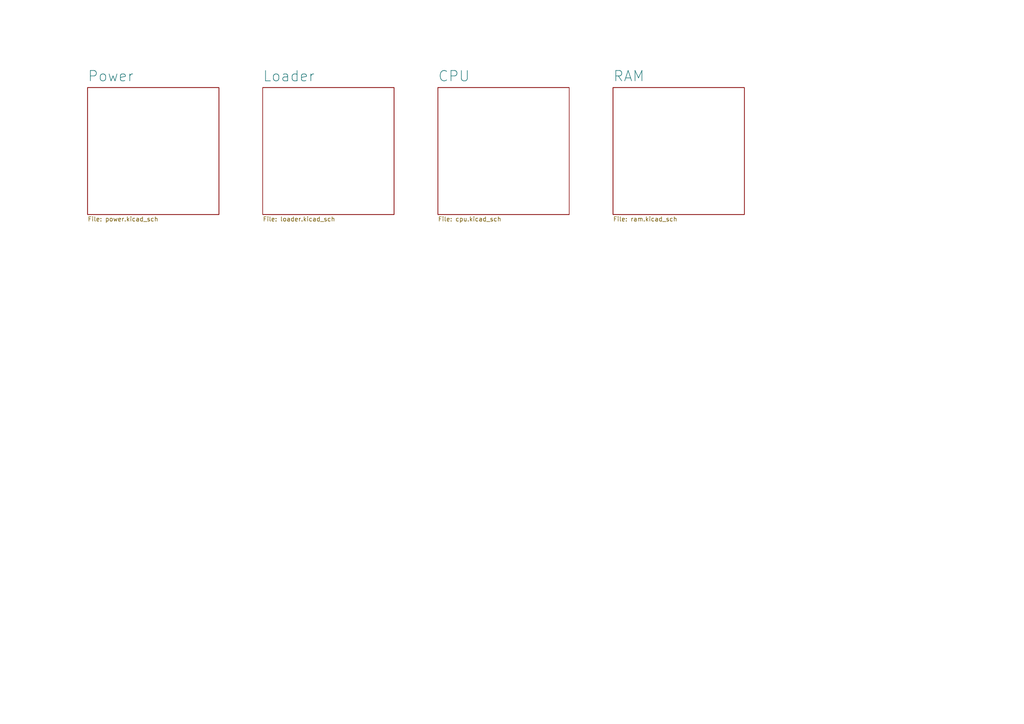
<source format=kicad_sch>
(kicad_sch (version 20230121) (generator eeschema)
  (paper "A4")
  (lib_symbols)
  (sheet (at 76.2 25.4) (size 38.1 36.83) (stroke (width 0.1524))
    (property "Sheetname" "Loader" (at 76.2 23.8234 0) (effects (font (size 3 3)) (justify left bottom)))
    (property "Sheetfile" "loader.kicad_sch" (at 76.2 62.8146 0) (effects (justify left top)))
  )
  (sheet (at 127 25.4) (size 38.1 36.83) (stroke (width 0.1524))
    (property "Sheetname" "CPU" (at 127 23.8234 0) (effects (font (size 3 3)) (justify left bottom)))
    (property "Sheetfile" "cpu.kicad_sch" (at 127 62.8146 0) (effects (justify left top)))
  )
  (sheet (at 25.4 25.4) (size 38.1 36.83) (stroke (width 0.1524))
    (property "Sheetname" "Power" (at 25.4 23.8234 0) (effects (font (size 3 3)) (justify left bottom)))
    (property "Sheetfile" "power.kicad_sch" (at 25.4 62.8146 0) (effects (justify left top)))
  )
  (sheet (at 177.8 25.4) (size 38.1 36.83) (stroke (width 0.1524))
    (property "Sheetname" "RAM" (at 177.8 23.8234 0) (effects (font (size 3 3)) (justify left bottom)))
    (property "Sheetfile" "ram.kicad_sch" (at 177.8 62.8146 0) (effects (justify left top)))
  )
)
</source>
